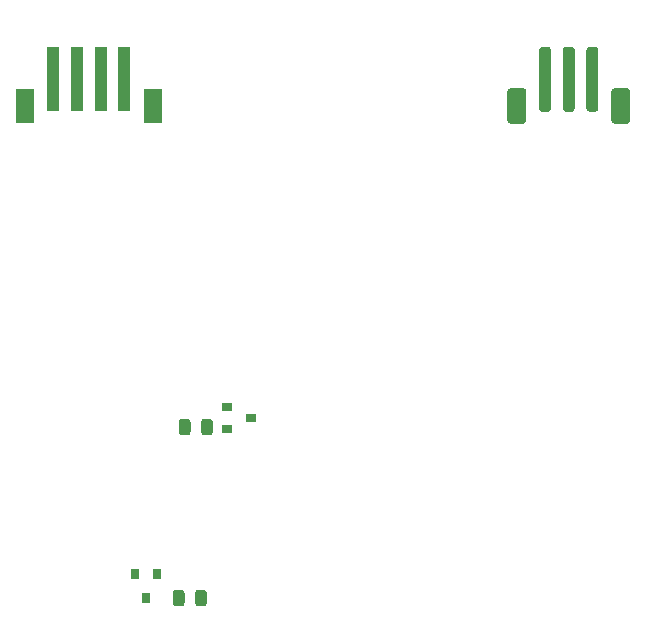
<source format=gbr>
G04 #@! TF.GenerationSoftware,KiCad,Pcbnew,(5.1.6-0-10_14)*
G04 #@! TF.CreationDate,2020-07-16T14:36:08-04:00*
G04 #@! TF.ProjectId,Pufferfish-Interface-2,50756666-6572-4666-9973-682d496e7465,rev?*
G04 #@! TF.SameCoordinates,Original*
G04 #@! TF.FileFunction,Paste,Bot*
G04 #@! TF.FilePolarity,Positive*
%FSLAX46Y46*%
G04 Gerber Fmt 4.6, Leading zero omitted, Abs format (unit mm)*
G04 Created by KiCad (PCBNEW (5.1.6-0-10_14)) date 2020-07-16 14:36:08*
%MOMM*%
%LPD*%
G01*
G04 APERTURE LIST*
%ADD10R,1.600000X3.000000*%
%ADD11R,1.000000X5.500000*%
%ADD12R,0.800000X0.900000*%
%ADD13R,0.900000X0.800000*%
G04 APERTURE END LIST*
D10*
X12766000Y-6568000D03*
X1966000Y-6568000D03*
D11*
X10366000Y-4318000D03*
X4366000Y-4318000D03*
X8366000Y-4318000D03*
X6366000Y-4318000D03*
G36*
G01*
X49506000Y-6842000D02*
X49506000Y-1842000D01*
G75*
G02*
X49756000Y-1592000I250000J0D01*
G01*
X50256000Y-1592000D01*
G75*
G02*
X50506000Y-1842000I0J-250000D01*
G01*
X50506000Y-6842000D01*
G75*
G02*
X50256000Y-7092000I-250000J0D01*
G01*
X49756000Y-7092000D01*
G75*
G02*
X49506000Y-6842000I0J250000D01*
G01*
G37*
G36*
G01*
X45506000Y-6842000D02*
X45506000Y-1842000D01*
G75*
G02*
X45756000Y-1592000I250000J0D01*
G01*
X46256000Y-1592000D01*
G75*
G02*
X46506000Y-1842000I0J-250000D01*
G01*
X46506000Y-6842000D01*
G75*
G02*
X46256000Y-7092000I-250000J0D01*
G01*
X45756000Y-7092000D01*
G75*
G02*
X45506000Y-6842000I0J250000D01*
G01*
G37*
G36*
G01*
X47506000Y-6842000D02*
X47506000Y-1842000D01*
G75*
G02*
X47756000Y-1592000I250000J0D01*
G01*
X48256000Y-1592000D01*
G75*
G02*
X48506000Y-1842000I0J-250000D01*
G01*
X48506000Y-6842000D01*
G75*
G02*
X48256000Y-7092000I-250000J0D01*
G01*
X47756000Y-7092000D01*
G75*
G02*
X47506000Y-6842000I0J250000D01*
G01*
G37*
G36*
G01*
X42806000Y-7842400D02*
X42806000Y-5341600D01*
G75*
G02*
X43055600Y-5092000I249600J0D01*
G01*
X44156400Y-5092000D01*
G75*
G02*
X44406000Y-5341600I0J-249600D01*
G01*
X44406000Y-7842400D01*
G75*
G02*
X44156400Y-8092000I-249600J0D01*
G01*
X43055600Y-8092000D01*
G75*
G02*
X42806000Y-7842400I0J249600D01*
G01*
G37*
G36*
G01*
X51606000Y-7842400D02*
X51606000Y-5341600D01*
G75*
G02*
X51855600Y-5092000I249600J0D01*
G01*
X52956400Y-5092000D01*
G75*
G02*
X53206000Y-5341600I0J-249600D01*
G01*
X53206000Y-7842400D01*
G75*
G02*
X52956400Y-8092000I-249600J0D01*
G01*
X51855600Y-8092000D01*
G75*
G02*
X51606000Y-7842400I0J249600D01*
G01*
G37*
D12*
X12192000Y-48244000D03*
X13142000Y-46244000D03*
X11242000Y-46244000D03*
D13*
X19066000Y-33970000D03*
X19066000Y-32070000D03*
X21066000Y-33020000D03*
G36*
G01*
X16373500Y-48716250D02*
X16373500Y-47803750D01*
G75*
G02*
X16617250Y-47560000I243750J0D01*
G01*
X17104750Y-47560000D01*
G75*
G02*
X17348500Y-47803750I0J-243750D01*
G01*
X17348500Y-48716250D01*
G75*
G02*
X17104750Y-48960000I-243750J0D01*
G01*
X16617250Y-48960000D01*
G75*
G02*
X16373500Y-48716250I0J243750D01*
G01*
G37*
G36*
G01*
X14498500Y-48716250D02*
X14498500Y-47803750D01*
G75*
G02*
X14742250Y-47560000I243750J0D01*
G01*
X15229750Y-47560000D01*
G75*
G02*
X15473500Y-47803750I0J-243750D01*
G01*
X15473500Y-48716250D01*
G75*
G02*
X15229750Y-48960000I-243750J0D01*
G01*
X14742250Y-48960000D01*
G75*
G02*
X14498500Y-48716250I0J243750D01*
G01*
G37*
G36*
G01*
X15981500Y-33325750D02*
X15981500Y-34238250D01*
G75*
G02*
X15737750Y-34482000I-243750J0D01*
G01*
X15250250Y-34482000D01*
G75*
G02*
X15006500Y-34238250I0J243750D01*
G01*
X15006500Y-33325750D01*
G75*
G02*
X15250250Y-33082000I243750J0D01*
G01*
X15737750Y-33082000D01*
G75*
G02*
X15981500Y-33325750I0J-243750D01*
G01*
G37*
G36*
G01*
X17856500Y-33325750D02*
X17856500Y-34238250D01*
G75*
G02*
X17612750Y-34482000I-243750J0D01*
G01*
X17125250Y-34482000D01*
G75*
G02*
X16881500Y-34238250I0J243750D01*
G01*
X16881500Y-33325750D01*
G75*
G02*
X17125250Y-33082000I243750J0D01*
G01*
X17612750Y-33082000D01*
G75*
G02*
X17856500Y-33325750I0J-243750D01*
G01*
G37*
M02*

</source>
